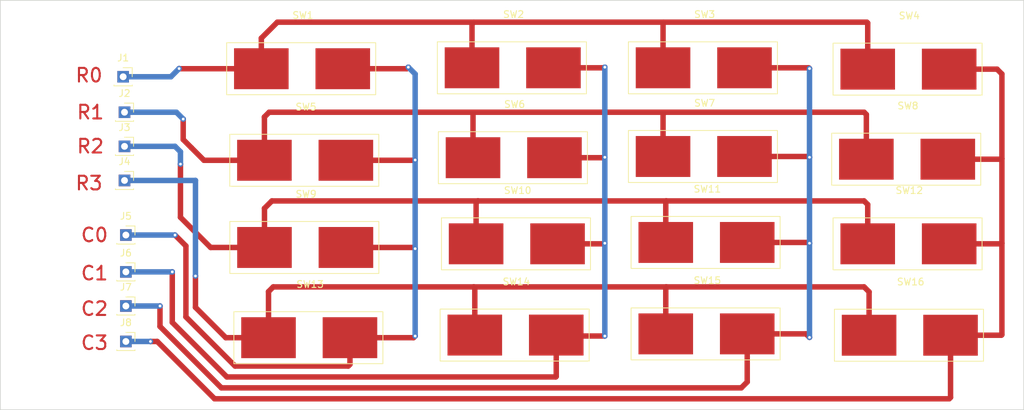
<source format=kicad_pcb>
(kicad_pcb (version 20211014) (generator pcbnew)
  (layers (0 "F.Cu" signal) (31 "B.Cu" signal) (34 "B.Paste" user) (35 "F.Paste" user) (36 "B.SilkS" user "B.Silkscreen") (37 "F.SilkS" user "F.Silkscreen") (38 "B.Mask" user) (39 "F.Mask" user) (44 "Edge.Cuts" user))
  (net 0 "")
  (net 1 "Net-(J1-Pad1)")
  (net 2 "Net-(J2-Pad1)")
  (net 3 "Net-(J3-Pad1)")
  (net 4 "Net-(J4-Pad1)")
  (net 5 "Net-(J5-Pad1)")
  (net 6 "Net-(J6-Pad1)")
  (net 7 "Net-(J7-Pad1)")
  (net 8 "Net-(J8-Pad1)")
  (footprint "Connector_PinSocket_2.54mm:PinSocket_1x01_P2.54mm_Vertical" (layer "F.Cu") (at 52.4 66)
    (fp_text reference "J5" (at 0 -2.77) (layer "F.SilkS"))
    (fp_text value "COL0")
    (fp_line (start -1.33 1.21) (end -1.33 1.33) (layer "F.SilkS") (width 0.12))
    (fp_line (start 1.33 -1.33) (end 1.33 0) (layer "F.SilkS") (width 0.12))
    (fp_line (start -1.33 1.33) (end 1.33 1.33) (layer "F.SilkS") (width 0.12))
    (fp_line (start 0 -1.33) (end 1.33 -1.33) (layer "F.SilkS") (width 0.12))
    (fp_line (start 1.33 1.21) (end 1.33 1.33) (layer "F.SilkS") (width 0.12))
    (pad "1" thru_hole rect (at 0 0) (size 1.7 1.7) (drill 1) (layers *.Cu *.Mask) (net 5 "Net-(J5-Pad1)"))
  )
  (footprint "custom-footprints:matrix-button" (layer "F.Cu") (at 156.053 37.622)
    (fp_text reference "SW4" (at 11.176 -3.762 unlocked) (layer "F.SilkS"))
    (fp_text value "SW_SPST")
    (fp_poly (pts (xy 21.844 7.874) (xy 0 7.874) (xy 0 0.254) (xy 21.844 0.254)) (layer "F.SilkS") (width 0.12) (fill none))
    (pad "1" smd rect (at 5.08 4.064) (size 8 6) (layers "F.Cu" "F.Paste" "F.Mask") (net 1 "Net-(J1-Pad1)"))
    (pad "2" smd rect (at 17.018 4.064) (size 8 6) (layers "F.Cu" "F.Paste" "F.Mask") (net 8 "Net-(J8-Pad1)"))
  )
  (footprint "custom-footprints:matrix-button" (layer "F.Cu") (at 126.053 37.422)
    (fp_text reference "SW3" (at 11.176 -3.762 unlocked) (layer "F.SilkS"))
    (fp_text value "SW_SPST")
    (fp_poly (pts (xy 21.844 7.874) (xy 0 7.874) (xy 0 0.254) (xy 21.844 0.254)) (layer "F.SilkS") (width 0.12) (fill none))
    (pad "1" smd rect (at 5.08 4.064) (size 8 6) (layers "F.Cu" "F.Paste" "F.Mask") (net 1 "Net-(J1-Pad1)"))
    (pad "2" smd rect (at 17.018 4.064) (size 8 6) (layers "F.Cu" "F.Paste" "F.Mask") (net 7 "Net-(J7-Pad1)"))
  )
  (footprint "custom-footprints:matrix-button" (layer "F.Cu") (at 67.626 50.98)
    (fp_text reference "SW5" (at 11.176 -3.762 unlocked) (layer "F.SilkS"))
    (fp_text value "SW_SPST")
    (fp_poly (pts (xy 21.844 7.874) (xy 0 7.874) (xy 0 0.254) (xy 21.844 0.254)) (layer "F.SilkS") (width 0.12) (fill none))
    (pad "1" smd rect (at 5.08 4.064) (size 8 6) (layers "F.Cu" "F.Paste" "F.Mask") (net 2 "Net-(J2-Pad1)"))
    (pad "2" smd rect (at 17.018 4.064) (size 8 6) (layers "F.Cu" "F.Paste" "F.Mask") (net 5 "Net-(J5-Pad1)"))
  )
  (footprint "Connector_PinSocket_2.54mm:PinSocket_1x01_P2.54mm_Vertical" (layer "F.Cu") (at 52.2 58)
    (fp_text reference "J4" (at 0 -2.77) (layer "F.SilkS"))
    (fp_text value "ROW3")
    (fp_line (start -1.33 1.21) (end -1.33 1.33) (layer "F.SilkS") (width 0.12))
    (fp_line (start 0 -1.33) (end 1.33 -1.33) (layer "F.SilkS") (width 0.12))
    (fp_line (start 1.33 -1.33) (end 1.33 0) (layer "F.SilkS") (width 0.12))
    (fp_line (start -1.33 1.33) (end 1.33 1.33) (layer "F.SilkS") (width 0.12))
    (fp_line (start 1.33 1.21) (end 1.33 1.33) (layer "F.SilkS") (width 0.12))
    (pad "1" thru_hole rect (at 0 0) (size 1.7 1.7) (drill 1) (layers *.Cu *.Mask) (net 4 "Net-(J4-Pad1)"))
  )
  (footprint "custom-footprints:matrix-button" (layer "F.Cu") (at 98.2 50.6)
    (fp_text reference "SW6" (at 11.176 -3.762 unlocked) (layer "F.SilkS"))
    (fp_text value "SW_SPST")
    (fp_poly (pts (xy 21.844 7.874) (xy 0 7.874) (xy 0 0.254) (xy 21.844 0.254)) (layer "F.SilkS") (width 0.12) (fill none))
    (pad "1" smd rect (at 5.08 4.064) (size 8 6) (layers "F.Cu" "F.Paste" "F.Mask") (net 2 "Net-(J2-Pad1)"))
    (pad "2" smd rect (at 17.018 4.064) (size 8 6) (layers "F.Cu" "F.Paste" "F.Mask") (net 6 "Net-(J6-Pad1)"))
  )
  (footprint "custom-footprints:matrix-button" (layer "F.Cu") (at 67.635 63.758)
    (fp_text reference "SW9" (at 11.176 -3.762 unlocked) (layer "F.SilkS"))
    (fp_text value "SW_SPST")
    (fp_poly (pts (xy 21.844 7.874) (xy 0 7.874) (xy 0 0.254) (xy 21.844 0.254)) (layer "F.SilkS") (width 0.12) (fill none))
    (pad "1" smd rect (at 5.08 4.064) (size 8 6) (layers "F.Cu" "F.Paste" "F.Mask") (net 3 "Net-(J3-Pad1)"))
    (pad "2" smd rect (at 17.018 4.064) (size 8 6) (layers "F.Cu" "F.Paste" "F.Mask") (net 5 "Net-(J5-Pad1)"))
  )
  (footprint "custom-footprints:matrix-button" (layer "F.Cu") (at 98.653 63.222)
    (fp_text reference "SW10" (at 11.176 -3.762 unlocked) (layer "F.SilkS"))
    (fp_text value "SW_SPST")
    (fp_poly (pts (xy 21.844 7.874) (xy 0 7.874) (xy 0 0.254) (xy 21.844 0.254)) (layer "F.SilkS") (width 0.12) (fill none))
    (pad "1" smd rect (at 5.08 4.064) (size 8 6) (layers "F.Cu" "F.Paste" "F.Mask") (net 3 "Net-(J3-Pad1)"))
    (pad "2" smd rect (at 17.018 4.064) (size 8 6) (layers "F.Cu" "F.Paste" "F.Mask") (net 6 "Net-(J6-Pad1)"))
  )
  (footprint "custom-footprints:matrix-button" (layer "F.Cu") (at 126.053 50.422)
    (fp_text reference "SW7" (at 11.176 -3.762 unlocked) (layer "F.SilkS"))
    (fp_text value "SW_SPST")
    (fp_poly (pts (xy 21.844 7.874) (xy 0 7.874) (xy 0 0.254) (xy 21.844 0.254)) (layer "F.SilkS") (width 0.12) (fill none))
    (pad "1" smd rect (at 5.08 4.064) (size 8 6) (layers "F.Cu" "F.Paste" "F.Mask") (net 2 "Net-(J2-Pad1)"))
    (pad "2" smd rect (at 17.018 4.064) (size 8 6) (layers "F.Cu" "F.Paste" "F.Mask") (net 7 "Net-(J7-Pad1)"))
  )
  (footprint "Connector_PinSocket_2.54mm:PinSocket_1x01_P2.54mm_Vertical" (layer "F.Cu") (at 52.4 76.4)
    (fp_text reference "J7" (at 0 -2.77) (layer "F.SilkS"))
    (fp_text value "COL2")
    (fp_line (start -1.33 1.33) (end 1.33 1.33) (layer "F.SilkS") (width 0.12))
    (fp_line (start 0 -1.33) (end 1.33 -1.33) (layer "F.SilkS") (width 0.12))
    (fp_line (start 1.33 -1.33) (end 1.33 0) (layer "F.SilkS") (width 0.12))
    (fp_line (start -1.33 1.21) (end -1.33 1.33) (layer "F.SilkS") (width 0.12))
    (fp_line (start 1.33 1.21) (end 1.33 1.33) (layer "F.SilkS") (width 0.12))
    (pad "1" thru_hole rect (at 0 0) (size 1.7 1.7) (drill 1) (layers *.Cu *.Mask) (net 7 "Net-(J7-Pad1)"))
  )
  (footprint "custom-footprints:matrix-button" (layer "F.Cu") (at 156.253 76.622)
    (fp_text reference "SW16" (at 11.176 -3.762 unlocked) (layer "F.SilkS"))
    (fp_text value "SW_SPST")
    (fp_poly (pts (xy 21.844 7.874) (xy 0 7.874) (xy 0 0.254) (xy 21.844 0.254)) (layer "F.SilkS") (width 0.12) (fill none))
    (pad "1" smd rect (at 5.08 4.064) (size 8 6) (layers "F.Cu" "F.Paste" "F.Mask") (net 4 "Net-(J4-Pad1)"))
    (pad "2" smd rect (at 17.018 4.064) (size 8 6) (layers "F.Cu" "F.Paste" "F.Mask") (net 8 "Net-(J8-Pad1)"))
  )
  (footprint "Connector_PinSocket_2.54mm:PinSocket_1x01_P2.54mm_Vertical" (layer "F.Cu") (at 52.2 48)
    (fp_text reference "J2" (at 0 -2.77) (layer "F.SilkS"))
    (fp_text value "ROW1")
    (fp_line (start 1.33 -1.33) (end 1.33 0) (layer "F.SilkS") (width 0.12))
    (fp_line (start -1.33 1.21) (end -1.33 1.33) (layer "F.SilkS") (width 0.12))
    (fp_line (start 1.33 1.21) (end 1.33 1.33) (layer "F.SilkS") (width 0.12))
    (fp_line (start 0 -1.33) (end 1.33 -1.33) (layer "F.SilkS") (width 0.12))
    (fp_line (start -1.33 1.33) (end 1.33 1.33) (layer "F.SilkS") (width 0.12))
    (pad "1" thru_hole rect (at 0 0) (size 1.7 1.7) (drill 1) (layers *.Cu *.Mask) (net 2 "Net-(J2-Pad1)"))
  )
  (footprint "Connector_PinSocket_2.54mm:PinSocket_1x01_P2.54mm_Vertical" (layer "F.Cu") (at 52 42.8)
    (fp_text reference "J1" (at 0 -2.77) (layer "F.SilkS"))
    (fp_text value "ROW0")
    (fp_line (start 0 -1.33) (end 1.33 -1.33) (layer "F.SilkS") (width 0.12))
    (fp_line (start 1.33 1.21) (end 1.33 1.33) (layer "F.SilkS") (width 0.12))
    (fp_line (start -1.33 1.21) (end -1.33 1.33) (layer "F.SilkS") (width 0.12))
    (fp_line (start -1.33 1.33) (end 1.33 1.33) (layer "F.SilkS") (width 0.12))
    (fp_line (start 1.33 -1.33) (end 1.33 0) (layer "F.SilkS") (width 0.12))
    (pad "1" thru_hole rect (at 0 0) (size 1.7 1.7) (drill 1) (layers *.Cu *.Mask) (net 1 "Net-(J1-Pad1)"))
  )
  (footprint "Connector_PinSocket_2.54mm:PinSocket_1x01_P2.54mm_Vertical" (layer "F.Cu") (at 52.4 71.4)
    (fp_text reference "J6" (at 0 -2.77) (layer "F.SilkS"))
    (fp_text value "COL1")
    (fp_line (start -1.33 1.33) (end 1.33 1.33) (layer "F.SilkS") (width 0.12))
    (fp_line (start 1.33 1.21) (end 1.33 1.33) (layer "F.SilkS") (width 0.12))
    (fp_line (start 0 -1.33) (end 1.33 -1.33) (layer "F.SilkS") (width 0.12))
    (fp_line (start -1.33 1.21) (end -1.33 1.33) (layer "F.SilkS") (width 0.12))
    (fp_line (start 1.33 -1.33) (end 1.33 0) (layer "F.SilkS") (width 0.12))
    (pad "1" thru_hole rect (at 0 0) (size 1.7 1.7) (drill 1) (layers *.Cu *.Mask) (net 6 "Net-(J6-Pad1)"))
  )
  (footprint "Connector_PinSocket_2.54mm:PinSocket_1x01_P2.54mm_Vertical" (layer "F.Cu") (at 52.2 53)
    (fp_text reference "J3" (at 0 -2.77) (layer "F.SilkS"))
    (fp_text value "ROW2")
    (fp_line (start -1.33 1.33) (end 1.33 1.33) (layer "F.SilkS") (width 0.12))
    (fp_line (start 1.33 1.21) (end 1.33 1.33) (layer "F.SilkS") (width 0.12))
    (fp_line (start 0 -1.33) (end 1.33 -1.33) (layer "F.SilkS") (width 0.12))
    (fp_line (start -1.33 1.21) (end -1.33 1.33) (layer "F.SilkS") (width 0.12))
    (fp_line (start 1.33 -1.33) (end 1.33 0) (layer "F.SilkS") (width 0.12))
    (pad "1" thru_hole rect (at 0 0) (size 1.7 1.7) (drill 1) (layers *.Cu *.Mask) (net 3 "Net-(J3-Pad1)"))
  )
  (footprint "custom-footprints:matrix-button" (layer "F.Cu") (at 126.453 63.022)
    (fp_text reference "SW11" (at 11.176 -3.762 unlocked) (layer "F.SilkS"))
    (fp_text value "SW_SPST")
    (fp_poly (pts (xy 21.844 7.874) (xy 0 7.874) (xy 0 0.254) (xy 21.844 0.254)) (layer "F.SilkS") (width 0.12) (fill none))
    (pad "1" smd rect (at 5.08 4.064) (size 8 6) (layers "F.Cu" "F.Paste" "F.Mask") (net 3 "Net-(J3-Pad1)"))
    (pad "2" smd rect (at 17.018 4.064) (size 8 6) (layers "F.Cu" "F.Paste" "F.Mask") (net 7 "Net-(J7-Pad1)"))
  )
  (footprint "custom-footprints:matrix-button" (layer "F.Cu") (at 98.053 37.422)
    (fp_text reference "SW2" (at 11.176 -3.762 unlocked) (layer "F.SilkS"))
    (fp_text value "SW_SPST")
    (fp_poly (pts (xy 21.844 7.874) (xy 0 7.874) (xy 0 0.254) (xy 21.844 0.254)) (layer "F.SilkS") (width 0.12) (fill none))
    (pad "1" smd rect (at 5.08 4.064) (size 8 6) (layers "F.Cu" "F.Paste" "F.Mask") (net 1 "Net-(J1-Pad1)"))
    (pad "2" smd rect (at 17.018 4.064) (size 8 6) (layers "F.Cu" "F.Paste" "F.Mask") (net 6 "Net-(J6-Pad1)"))
  )
  (footprint "custom-footprints:matrix-button" (layer "F.Cu") (at 98.462 76.6)
    (fp_text reference "SW14" (at 11.176 -3.762 unlocked) (layer "F.SilkS"))
    (fp_text value "SW_SPST")
    (fp_poly (pts (xy 21.844 7.874) (xy 0 7.874) (xy 0 0.254) (xy 21.844 0.254)) (layer "F.SilkS") (width 0.12) (fill none))
    (pad "1" smd rect (at 5.08 4.064) (size 8 6) (layers "F.Cu" "F.Paste" "F.Mask") (net 4 "Net-(J4-Pad1)"))
    (pad "2" smd rect (at 17.018 4.064) (size 8 6) (layers "F.Cu" "F.Paste" "F.Mask") (net 6 "Net-(J6-Pad1)"))
  )
  (footprint "custom-footprints:matrix-button" (layer "F.Cu") (at 155.853 50.822)
    (fp_text reference "SW8" (at 11.176 -3.762 unlocked) (layer "F.SilkS"))
    (fp_text value "SW_SPST")
    (fp_poly (pts (xy 21.844 7.874) (xy 0 7.874) (xy 0 0.254) (xy 21.844 0.254)) (layer "F.SilkS") (width 0.12) (fill none))
    (pad "1" smd rect (at 5.08 4.064) (size 8 6) (layers "F.Cu" "F.Paste" "F.Mask") (net 2 "Net-(J2-Pad1)"))
    (pad "2" smd rect (at 17.018 4.064) (size 8 6) (layers "F.Cu" "F.Paste" "F.Mask") (net 8 "Net-(J8-Pad1)"))
  )
  (footprint "custom-footprints:matrix-button" (layer "F.Cu") (at 68.226 76.98)
    (fp_text reference "SW13" (at 11.176 -3.762 unlocked) (layer "F.SilkS"))
    (fp_text value "SW_SPST")
    (fp_poly (pts (xy 21.844 7.874) (xy 0 7.874) (xy 0 0.254) (xy 21.844 0.254)) (layer "F.SilkS") (width 0.12) (fill none))
    (pad "1" smd rect (at 5.08 4.064) (size 8 6) (layers "F.Cu" "F.Paste" "F.Mask") (net 4 "Net-(J4-Pad1)"))
    (pad "2" smd rect (at 17.018 4.064) (size 8 6) (layers "F.Cu" "F.Paste" "F.Mask") (net 5 "Net-(J5-Pad1)"))
  )
  (footprint "Connector_PinSocket_2.54mm:PinSocket_1x01_P2.54mm_Vertical" (layer "F.Cu") (at 52.4 81.6)
    (fp_text reference "J8" (at 0 -2.77) (layer "F.SilkS"))
    (fp_text value "COL3")
    (fp_line (start 1.33 1.21) (end 1.33 1.33) (layer "F.SilkS") (width 0.12))
    (fp_line (start 1.33 -1.33) (end 1.33 0) (layer "F.SilkS") (width 0.12))
    (fp_line (start 0 -1.33) (end 1.33 -1.33) (layer "F.SilkS") (width 0.12))
    (fp_line (start -1.33 1.21) (end -1.33 1.33) (layer "F.SilkS") (width 0.12))
    (fp_line (start -1.33 1.33) (end 1.33 1.33) (layer "F.SilkS") (width 0.12))
    (pad "1" thru_hole rect (at 0 0) (size 1.7 1.7) (drill 1) (layers *.Cu *.Mask) (net 8 "Net-(J8-Pad1)"))
  )
  (footprint "custom-footprints:matrix-button" (layer "F.Cu") (at 67.173 37.558)
    (fp_text reference "SW1" (at 11.176 -3.762 unlocked) (layer "F.SilkS"))
    (fp_text value "SW_SPST")
    (fp_poly (pts (xy 21.844 7.874) (xy 0 7.874) (xy 0 0.254) (xy 21.844 0.254)) (layer "F.SilkS") (width 0.12) (fill none))
    (pad "1" smd rect (at 5.08 4.064) (size 8 6) (layers "F.Cu" "F.Paste" "F.Mask") (net 1 "Net-(J1-Pad1)"))
    (pad "2" smd rect (at 17.018 4.064) (size 8 6) (layers "F.Cu" "F.Paste" "F.Mask") (net 5 "Net-(J5-Pad1)"))
  )
  (footprint "custom-footprints:matrix-button" (layer "F.Cu") (at 156.053 63.222)
    (fp_text reference "SW12" (at 11.176 -3.762 unlocked) (layer "F.SilkS"))
    (fp_text value "SW_SPST")
    (fp_poly (pts (xy 21.844 7.874) (xy 0 7.874) (xy 0 0.254) (xy 21.844 0.254)) (layer "F.SilkS") (width 0.12) (fill none))
    (pad "1" smd rect (at 5.08 4.064) (size 8 6) (layers "F.Cu" "F.Paste" "F.Mask") (net 3 "Net-(J3-Pad1)"))
    (pad "2" smd rect (at 17.018 4.064) (size 8 6) (layers "F.Cu" "F.Paste" "F.Mask") (net 8 "Net-(J8-Pad1)"))
  )
  (footprint "custom-footprints:matrix-button" (layer "F.Cu") (at 126.453 76.422)
    (fp_text reference "SW15" (at 11.176 -3.762 unlocked) (layer "F.SilkS"))
    (fp_text value "SW_SPST")
    (fp_poly (pts (xy 21.844 7.874) (xy 0 7.874) (xy 0 0.254) (xy 21.844 0.254)) (layer "F.SilkS") (width 0.12) (fill none))
    (pad "1" smd rect (at 5.08 4.064) (size 8 6) (layers "F.Cu" "F.Paste" "F.Mask") (net 4 "Net-(J4-Pad1)"))
    (pad "2" smd rect (at 17.018 4.064) (size 8 6) (layers "F.Cu" "F.Paste" "F.Mask") (net 7 "Net-(J7-Pad1)"))
  )
  (gr_rect (start 34 91.6) (end 184 31.6) (layer "Edge.Cuts") (width 0.1) (fill none))
  (gr_text "R2\n\n" (at 47.2 54.6) (layer "F.Cu") (effects (font (size 2 2) (thickness 0.3))))
  (gr_text "C2\n" (at 47.8 76.8) (layer "F.Cu") (effects (font (size 2 2) (thickness 0.3))))
  (gr_text "C0\n" (at 47.8 66) (layer "F.Cu") (effects (font (size 2 2) (thickness 0.3))))
  (gr_text "C3" (at 47.8 81.8) (layer "F.Cu") (effects (font (size 2 2) (thickness 0.3))))
  (gr_text "C1" (at 47.8 71.6) (layer "F.Cu") (effects (font (size 2 2) (thickness 0.3))))
  (gr_text "R1\n" (at 47.2 48) (layer "F.Cu") (effects (font (size 2 2) (thickness 0.3))))
  (gr_text "R0\n\n" (at 47 44.2) (layer "F.Cu") (effects (font (size 2 2) (thickness 0.3))))
  (gr_text "R3\n" (at 47 58.4) (layer "F.Cu") (effects (font (size 2 2) (thickness 0.3))))
  (segment (start 161.133 34.933) (end 161.133 41.686) (width 0.8) (layer "F.Cu") (net 1))
  (segment (start 72.253 37.147) (end 74.6 34.8) (width 0.8) (layer "F.Cu") (net 1))
  (segment (start 72.253 41.622) (end 60.222 41.622) (width 0.8) (layer "F.Cu") (net 1))
  (segment (start 103.133 35.067) (end 103.4 34.8) (width 0.8) (layer "F.Cu") (net 1))
  (segment (start 60.222 41.622) (end 60.2 41.6) (width 0.8) (layer "F.Cu") (net 1))
  (segment (start 161 34.8) (end 161.133 34.933) (width 0.8) (layer "F.Cu") (net 1))
  (segment (start 131.2 34.8) (end 161 34.8) (width 0.8) (layer "F.Cu") (net 1))
  (segment (start 131.133 34.867) (end 131.2 34.8) (width 0.8) (layer "F.Cu") (net 1))
  (segment (start 131.133 41.486) (end 131.133 34.867) (width 0.8) (layer "F.Cu") (net 1))
  (segment (start 103.133 41.486) (end 103.133 35.067) (width 0.8) (layer "F.Cu") (net 1))
  (segment (start 103.4 34.8) (end 131.2 34.8) (width 0.8) (layer "F.Cu") (net 1))
  (segment (start 74.6 34.8) (end 103.4 34.8) (width 0.8) (layer "F.Cu") (net 1))
  (segment (start 72.253 41.622) (end 72.253 37.147) (width 0.8) (layer "F.Cu") (net 1))
  (via (at 60.2 41.6) (size 0.8) (drill 0.4) (layers "F.Cu" "B.Cu") (net 1))
  (segment (start 59 42.8) (end 60.2 41.6) (width 0.8) (layer "B.Cu") (net 1))
  (segment (start 52 42.8) (end 59 42.8) (width 0.8) (layer "B.Cu") (net 1))
  (segment (start 131.133 54.486) (end 131.133 48.267) (width 0.8) (layer "F.Cu") (net 2))
  (segment (start 72.706 55.044) (end 63.844 55.044) (width 0.8) (layer "F.Cu") (net 2))
  (segment (start 103.28 48.12) (end 103.4 48) (width 0.8) (layer "F.Cu") (net 2))
  (segment (start 72.706 55.044) (end 72.706 48.694) (width 0.8) (layer "F.Cu") (net 2))
  (segment (start 60.8 52) (end 60.8 49) (width 0.8) (layer "F.Cu") (net 2))
  (segment (start 131.4 48) (end 160.6 48) (width 0.8) (layer "F.Cu") (net 2))
  (segment (start 62 53.2) (end 60.8 52) (width 0.8) (layer "F.Cu") (net 2))
  (segment (start 160.6 48) (end 160.933 48.333) (width 0.8) (layer "F.Cu") (net 2))
  (segment (start 73.4 48) (end 103.4 48) (width 0.8) (layer "F.Cu") (net 2))
  (segment (start 103.28 54.664) (end 103.28 48.12) (width 0.8) (layer "F.Cu") (net 2))
  (segment (start 131.133 48.267) (end 131.4 48) (width 0.8) (layer "F.Cu") (net 2))
  (segment (start 160.933 48.333) (end 160.933 54.886) (width 0.8) (layer "F.Cu") (net 2))
  (segment (start 72.706 48.694) (end 73.4 48) (width 0.8) (layer "F.Cu") (net 2))
  (segment (start 103.4 48) (end 131.4 48) (width 0.8) (layer "F.Cu") (net 2))
  (segment (start 63.844 55.044) (end 62 53.2) (width 0.8) (layer "F.Cu") (net 2))
  (via (at 60.8 49) (size 0.8) (drill 0.4) (layers "F.Cu" "B.Cu") (net 2))
  (segment (start 60.8 49) (end 59.8 48) (width 0.8) (layer "B.Cu") (net 2))
  (segment (start 59.8 48) (end 52.2 48) (width 0.8) (layer "B.Cu") (net 2))
  (segment (start 72.715 62.085) (end 73.8 61) (width 0.8) (layer "F.Cu") (net 3))
  (segment (start 72.715 67.822) (end 72.715 62.085) (width 0.8) (layer "F.Cu") (net 3))
  (segment (start 103.733 67.286) (end 103.733 61.267) (width 0.8) (layer "F.Cu") (net 3))
  (segment (start 60.4 63.4) (end 60.4 55.6) (width 0.8) (layer "F.Cu") (net 3))
  (segment (start 103.733 61.267) (end 104 61) (width 0.8) (layer "F.Cu") (net 3))
  (segment (start 161.133 61.533) (end 161.133 67.286) (width 0.8) (layer "F.Cu") (net 3))
  (segment (start 131.533 67.086) (end 131.533 61.067) (width 0.8) (layer "F.Cu") (net 3))
  (segment (start 62.6 65.6) (end 60.4 63.4) (width 0.8) (layer "F.Cu") (net 3))
  (segment (start 64.822 67.822) (end 62.6 65.6) (width 0.8) (layer "F.Cu") (net 3))
  (segment (start 160.6 61) (end 161.133 61.533) (width 0.8) (layer "F.Cu") (net 3))
  (segment (start 72.715 67.822) (end 64.822 67.822) (width 0.8) (layer "F.Cu") (net 3))
  (segment (start 104 61) (end 131.6 61) (width 0.8) (layer "F.Cu") (net 3))
  (segment (start 131.533 61.067) (end 131.6 61) (width 0.8) (layer "F.Cu") (net 3))
  (segment (start 131.6 61) (end 160.6 61) (width 0.8) (layer "F.Cu") (net 3))
  (segment (start 73.8 61) (end 104 61) (width 0.8) (layer "F.Cu") (net 3))
  (via (at 60.4 55.6) (size 0.8) (drill 0.4) (layers "F.Cu" "B.Cu") (net 3))
  (segment (start 59.6 53) (end 52.2 53) (width 0.8) (layer "B.Cu") (net 3))
  (segment (start 60.4 55.6) (end 60.4 53.8) (width 0.8) (layer "B.Cu") (net 3))
  (segment (start 60.4 53.8) (end 59.6 53) (width 0.8) (layer "B.Cu") (net 3))
  (segment (start 161.333 74.333) (end 161.333 80.686) (width 0.8) (layer "F.Cu") (net 4))
  (segment (start 74 73.6) (end 103.4 73.6) (width 0.8) (layer "F.Cu") (net 4))
  (segment (start 103.4 73.6) (end 131.6 73.6) (width 0.8) (layer "F.Cu") (net 4))
  (segment (start 67.044 81.044) (end 73.306 81.044) (width 0.8) (layer "F.Cu") (net 4))
  (segment (start 131.533 80.486) (end 131.533 73.667) (width 0.8) (layer "F.Cu") (net 4))
  (segment (start 62.6 76.6) (end 67.044 81.044) (width 0.8) (layer "F.Cu") (net 4))
  (segment (start 103.542 80.664) (end 103.542 73.742) (width 0.8) (layer "F.Cu") (net 4))
  (segment (start 160.6 73.6) (end 161.333 74.333) (width 0.8) (layer "F.Cu") (net 4))
  (segment (start 103.542 73.742) (end 103.4 73.6) (width 0.8) (layer "F.Cu") (net 4))
  (segment (start 131.6 73.6) (end 160.6 73.6) (width 0.8) (layer "F.Cu") (net 4))
  (segment (start 73.306 74.294) (end 74 73.6) (width 0.8) (layer "F.Cu") (net 4))
  (segment (start 73.306 81.044) (end 73.306 74.294) (width 0.8) (layer "F.Cu") (net 4))
  (segment (start 62.6 72) (end 62.6 76.6) (width 0.8) (layer "F.Cu") (net 4))
  (segment (start 131.533 73.667) (end 131.6 73.6) (width 0.8) (layer "F.Cu") (net 4))
  (via (at 62.6 72) (size 0.8) (drill 0.4) (layers "F.Cu" "B.Cu") (net 4))
  (segment (start 62.6 58) (end 62.6 72) (width 0.8) (layer "B.Cu") (net 4))
  (segment (start 52.2 58) (end 62.6 58) (width 0.8) (layer "B.Cu") (net 4))
  (segment (start 93.578 41.622) (end 93.8 41.4) (width 0.8) (layer "F.Cu") (net 5))
  (segment (start 94.8 80.8) (end 94.556 81.044) (width 0.8) (layer "F.Cu") (net 5))
  (segment (start 94.622 67.822) (end 94.8 68) (width 0.8) (layer "F.Cu") (net 5))
  (segment (start 84.653 67.822) (end 94.622 67.822) (width 0.8) (layer "F.Cu") (net 5))
  (segment (start 68.4 85.2) (end 61.2 78) (width 0.8) (layer "F.Cu") (net 5))
  (segment (start 84.644 55.044) (end 94.756 55.044) (width 0.8) (layer "F.Cu") (net 5))
  (segment (start 85.244 84.956) (end 85 85.2) (width 0.8) (layer "F.Cu") (net 5))
  (segment (start 94.556 81.044) (end 85.244 81.044) (width 0.8) (layer "F.Cu") (net 5))
  (segment (start 85 85.2) (end 68.4 85.2) (width 0.8) (layer "F.Cu") (net 5))
  (segment (start 94.756 55.044) (end 94.8 55) (width 0.8) (layer "F.Cu") (net 5))
  (segment (start 85.244 81.044) (end 85.244 84.956) (width 0.8) (layer "F.Cu") (net 5))
  (segment (start 84.191 41.622) (end 93.578 41.622) (width 0.8) (layer "F.Cu") (net 5))
  (segment (start 61.2 78) (end 61.2 67.6) (width 0.8) (layer "F.Cu") (net 5))
  (segment (start 61.2 67.6) (end 59.6 66) (width 0.8) (layer "F.Cu") (net 5))
  (via (at 94.8 55) (size 0.8) (drill 0.4) (layers "F.Cu" "B.Cu") (net 5))
  (via (at 93.8 41.4) (size 0.8) (drill 0.4) (layers "F.Cu" "B.Cu") (net 5))
  (via (at 59.6 66) (size 0.8) (drill 0.4) (layers "F.Cu" "B.Cu") (net 5))
  (via (at 94.8 68) (size 0.8) (drill 0.4) (layers "F.Cu" "B.Cu") (net 5))
  (via (at 94.8 80.8) (size 0.8) (drill 0.4) (layers "F.Cu" "B.Cu") (net 5))
  (segment (start 93.8 41.4) (end 94.8 42.4) (width 0.8) (layer "B.Cu") (net 5))
  (segment (start 52.4 66) (end 59.6 66) (width 0.8) (layer "B.Cu") (net 5))
  (segment (start 94.8 42.4) (end 94.8 55) (width 0.8) (layer "B.Cu") (net 5))
  (segment (start 94.8 55) (end 94.8 68) (width 0.8) (layer "B.Cu") (net 5))
  (segment (start 94.8 68) (end 94.8 80.8) (width 0.8) (layer "B.Cu") (net 5))
  (segment (start 115.4 86.8) (end 67.2 86.8) (width 0.8) (layer "F.Cu") (net 6))
  (segment (start 115.218 54.664) (end 122.536 54.664) (width 0.8) (layer "F.Cu") (net 6))
  (segment (start 115.48 80.664) (end 115.48 86.72) (width 0.8) (layer "F.Cu") (net 6))
  (segment (start 67.2 86.8) (end 59.2 78.8) (width 0.8) (layer "F.Cu") (net 6))
  (segment (start 115.616 80.8) (end 115.48 80.664) (width 0.8) (layer "F.Cu") (net 6))
  (segment (start 122.514 67.286) (end 122.6 67.2) (width 0.8) (layer "F.Cu") (net 6))
  (segment (start 59.2 78.8) (end 59.2 71.4) (width 0.8) (layer "F.Cu") (net 6))
  (segment (start 122.514 41.486) (end 122.6 41.4) (width 0.8) (layer "F.Cu") (net 6))
  (segment (start 115.071 41.486) (end 122.514 41.486) (width 0.8) (layer "F.Cu") (net 6))
  (segment (start 115.48 86.72) (end 115.4 86.8) (width 0.8) (layer "F.Cu") (net 6))
  (segment (start 115.671 67.286) (end 122.514 67.286) (width 0.8) (layer "F.Cu") (net 6))
  (segment (start 122.536 54.664) (end 122.6 54.6) (width 0.8) (layer "F.Cu") (net 6))
  (segment (start 122.6 80.8) (end 115.616 80.8) (width 0.8) (layer "F.Cu") (net 6))
  (via (at 59.2 71.4) (size 0.8) (drill 0.4) (layers "F.Cu" "B.Cu") (net 6))
  (via (at 122.6 67.2) (size 0.8) (drill 0.4) (layers "F.Cu" "B.Cu") (net 6))
  (via (at 122.6 80.8) (size 0.8) (drill 0.4) (layers "F.Cu" "B.Cu") (net 6))
  (via (at 122.6 54.6) (size 0.8) (drill 0.4) (layers "F.Cu" "B.Cu") (net 6))
  (via (at 122.6 41.4) (size 0.8) (drill 0.4) (layers "F.Cu" "B.Cu") (net 6))
  (segment (start 122.6 41.4) (end 122.6 54.6) (width 0.8) (layer "B.Cu") (net 6))
  (segment (start 122.6 67.2) (end 122.6 80.8) (width 0.8) (layer "B.Cu") (net 6))
  (segment (start 122.6 54.6) (end 122.6 67.2) (width 0.8) (layer "B.Cu") (net 6))
  (segment (start 52.4 71.4) (end 59.2 71.4) (width 0.8) (layer "B.Cu") (net 6))
  (segment (start 57.4 79.4) (end 66.4 88.4) (width 0.8) (layer "F.Cu") (net 7))
  (segment (start 152.086 80.486) (end 143.471 80.486) (width 0.8) (layer "F.Cu") (net 7))
  (segment (start 66.4 88.4) (end 142.6 88.4) (width 0.8) (layer "F.Cu") (net 7))
  (segment (start 152.486 41.486) (end 152.6 41.6) (width 0.8) (layer "F.Cu") (net 7))
  (segment (start 143.471 67.086) (end 152.486 67.086) (width 0.8) (layer "F.Cu") (net 7))
  (segment (start 142.6 88.4) (end 143.471 87.529) (width 0.8) (layer "F.Cu") (net 7))
  (segment (start 152.486 67.086) (end 152.6 67.2) (width 0.8) (layer "F.Cu") (net 7))
  (segment (start 57.4 76.4) (end 57.4 79.4) (width 0.8) (layer "F.Cu") (net 7))
  (segment (start 152.486 54.486) (end 152.6 54.6) (width 0.8) (layer "F.Cu") (net 7))
  (segment (start 152.6 81) (end 152.086 80.486) (width 0.8) (layer "F.Cu") (net 7))
  (segment (start 143.071 54.486) (end 152.486 54.486) (width 0.8) (layer "F.Cu") (net 7))
  (segment (start 143.471 87.529) (end 143.471 80.486) (width 0.8) (layer "F.Cu") (net 7))
  (segment (start 143.071 41.486) (end 152.486 41.486) (width 0.8) (layer "F.Cu") (net 7))
  (via (at 152.6 41.6) (size 0.8) (drill 0.4) (layers "F.Cu" "B.Cu") (net 7))
  (via (at 152.6 67.2) (size 0.8) (drill 0.4) (layers "F.Cu" "B.Cu") (net 7))
  (via (at 152.6 54.6) (size 0.8) (drill 0.4) (layers "F.Cu" "B.Cu") (net 7))
  (via (at 152.6 81) (size 0.8) (drill 0.4) (layers "F.Cu" "B.Cu") (net 7))
  (via (at 57.4 76.4) (size 0.8) (drill 0.4) (layers "F.Cu" "B.Cu") (net 7))
  (segment (start 152.6 54.6) (end 152.6 67.2) (width 0.8) (layer "B.Cu") (net 7))
  (segment (start 152.6 41.6) (end 152.6 54.6) (width 0.8) (layer "B.Cu") (net 7))
  (segment (start 152.6 67.2) (end 152.6 81) (width 0.8) (layer "B.Cu") (net 7))
  (segment (start 52.4 76.4) (end 57.4 76.4) (width 0.8) (layer "B.Cu") (net 7))
  (segment (start 57 81.6) (end 65.4 90) (width 0.8) (layer "F.Cu") (net 8))
  (segment (start 180.714 54.886) (end 180.8 54.8) (width 0.8) (layer "F.Cu") (net 8))
  (segment (start 180.8 54.8) (end 180.8 67.2) (width 0.8) (layer "F.Cu") (net 8))
  (segment (start 180.8 42.4) (end 180.8 54.8) (width 0.8) (layer "F.Cu") (net 8))
  (segment (start 173.271 89.8) (end 173.271 80.686) (width 0.8) (layer "F.Cu") (net 8))
  (segment (start 180.714 80.686) (end 173.271 80.686) (width 0.8) (layer "F.Cu") (net 8))
  (segment (start 173.071 90) (end 173.271 89.8) (width 0.8) (layer "F.Cu") (net 8))
  (segment (start 65.4 90) (end 173.071 90) (width 0.8) (layer "F.Cu") (net 8))
  (segment (start 173.071 41.686) (end 180.086 41.686) (width 0.8) (layer "F.Cu") (net 8))
  (segment (start 180.714 67.286) (end 180.8 67.2) (width 0.8) (layer "F.Cu") (net 8))
  (segment (start 172.871 54.886) (end 180.714 54.886) (width 0.8) (layer "F.Cu") (net 8))
  (segment (start 56 81.6) (end 57 81.6) (width 0.8) (layer "F.Cu") (net 8))
  (segment (start 180.8 80.6) (end 180.714 80.686) (width 0.8) (layer "F.Cu") (net 8))
  (segment (start 180.8 67.2) (end 180.8 80.6) (width 0.8) (layer "F.Cu") (net 8))
  (segment (start 180.086 41.686) (end 180.8 42.4) (width 0.8) (layer "F.Cu") (net 8))
  (segment (start 173.071 67.286) (end 180.714 67.286) (width 0.8) (layer "F.Cu") (net 8))
  (via (at 56 81.6) (size 0.8) (drill 0.4) (layers "F.Cu" "B.Cu") (net 8))
  (segment (start 52.4 81.6) (end 56 81.6) (width 0.8) (layer "B.Cu") (net 8))
)
</source>
